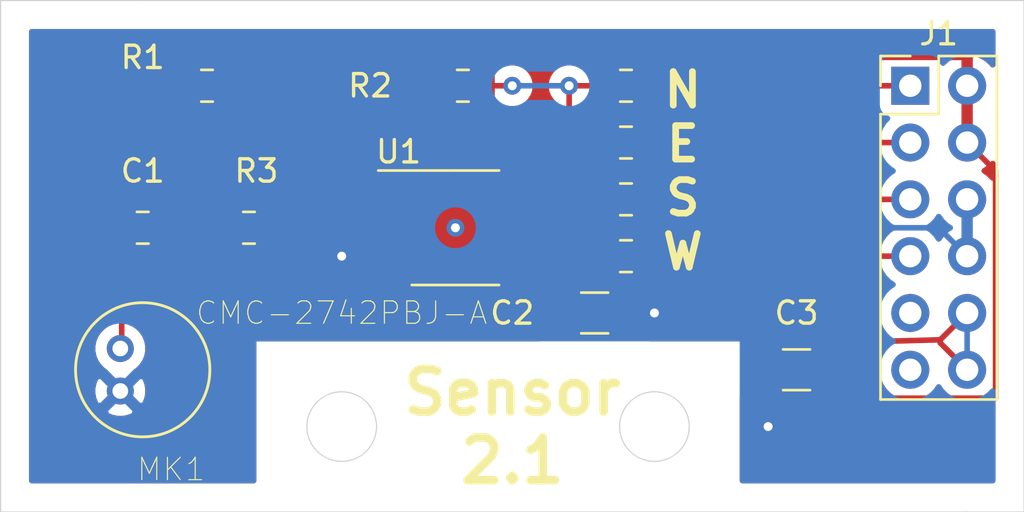
<source format=kicad_pcb>
(kicad_pcb (version 20171130) (host pcbnew "(5.1.5-0-10_14)")

  (general
    (thickness 1.6)
    (drawings 14)
    (tracks 101)
    (zones 0)
    (modules 13)
    (nets 17)
  )

  (page A4)
  (layers
    (0 F.Cu signal)
    (31 B.Cu signal)
    (32 B.Adhes user hide)
    (33 F.Adhes user hide)
    (34 B.Paste user hide)
    (35 F.Paste user hide)
    (36 B.SilkS user)
    (37 F.SilkS user)
    (38 B.Mask user hide)
    (39 F.Mask user hide)
    (40 Dwgs.User user hide)
    (41 Cmts.User user hide)
    (42 Eco1.User user hide)
    (43 Eco2.User user hide)
    (44 Edge.Cuts user)
    (45 Margin user hide)
    (46 B.CrtYd user hide)
    (47 F.CrtYd user hide)
    (48 B.Fab user hide)
    (49 F.Fab user hide)
  )

  (setup
    (last_trace_width 0.25)
    (trace_clearance 0.2)
    (zone_clearance 0.508)
    (zone_45_only no)
    (trace_min 0.2)
    (via_size 0.8)
    (via_drill 0.4)
    (via_min_size 0.4)
    (via_min_drill 0.3)
    (uvia_size 0.3)
    (uvia_drill 0.1)
    (uvias_allowed no)
    (uvia_min_size 0.2)
    (uvia_min_drill 0.1)
    (edge_width 0.05)
    (segment_width 0.2)
    (pcb_text_width 0.3)
    (pcb_text_size 1.5 1.5)
    (mod_edge_width 0.12)
    (mod_text_size 1 1)
    (mod_text_width 0.15)
    (pad_size 0.975 1.4)
    (pad_drill 0)
    (pad_to_mask_clearance 0.051)
    (solder_mask_min_width 0.25)
    (aux_axis_origin 0 0)
    (visible_elements FFFFFF7F)
    (pcbplotparams
      (layerselection 0x010f0_ffffffff)
      (usegerberextensions false)
      (usegerberattributes false)
      (usegerberadvancedattributes false)
      (creategerberjobfile false)
      (excludeedgelayer true)
      (linewidth 0.100000)
      (plotframeref false)
      (viasonmask false)
      (mode 1)
      (useauxorigin false)
      (hpglpennumber 1)
      (hpglpenspeed 20)
      (hpglpendiameter 15.000000)
      (psnegative false)
      (psa4output false)
      (plotreference true)
      (plotvalue true)
      (plotinvisibletext false)
      (padsonsilk false)
      (subtractmaskfromsilk false)
      (outputformat 3)
      (mirror false)
      (drillshape 0)
      (scaleselection 1)
      (outputdirectory ""))
  )

  (net 0 "")
  (net 1 "Net-(C2-Pad2)")
  (net 2 "Net-(C2-Pad1)")
  (net 3 "Net-(R2-Pad1)")
  (net 4 "Net-(U1-Pad8)")
  (net 5 "Net-(U1-Pad5)")
  (net 6 "Net-(U1-Pad1)")
  (net 7 VCC)
  (net 8 GND)
  (net 9 "Net-(J1-Pad11)")
  (net 10 "Net-(J1-Pad1)")
  (net 11 "Net-(C1-Pad2)")
  (net 12 "Net-(J1-Pad9)")
  (net 13 "Net-(J1-Pad7)")
  (net 14 "Net-(J1-Pad5)")
  (net 15 "Net-(J1-Pad3)")
  (net 16 "Net-(R2-Pad2)")

  (net_class Default "This is the default net class."
    (clearance 0.2)
    (trace_width 0.25)
    (via_dia 0.8)
    (via_drill 0.4)
    (uvia_dia 0.3)
    (uvia_drill 0.1)
    (add_net GND)
    (add_net "Net-(C1-Pad2)")
    (add_net "Net-(C2-Pad1)")
    (add_net "Net-(C2-Pad2)")
    (add_net "Net-(J1-Pad1)")
    (add_net "Net-(J1-Pad11)")
    (add_net "Net-(J1-Pad3)")
    (add_net "Net-(J1-Pad5)")
    (add_net "Net-(J1-Pad7)")
    (add_net "Net-(J1-Pad9)")
    (add_net "Net-(R2-Pad1)")
    (add_net "Net-(R2-Pad2)")
    (add_net "Net-(U1-Pad1)")
    (add_net "Net-(U1-Pad5)")
    (add_net "Net-(U1-Pad8)")
    (add_net VCC)
  )

  (module CMC-2742PBJ-A:CUI_CMC-2742PBJ-A (layer F.Cu) (tedit 0) (tstamp 5E7AC702)
    (at 125.73 93.98 180)
    (path /5E7C8206)
    (fp_text reference MK1 (at -1.27223 -4.45278) (layer F.SilkS)
      (effects (font (size 1.00175 1.00175) (thickness 0.05)))
    )
    (fp_text value CMC-2742PBJ-A (at -8.89 2.54) (layer F.SilkS)
      (effects (font (size 1.00139 1.00139) (thickness 0.05)))
    )
    (fp_circle (center 0 0) (end 3.25 0) (layer Eco1.User) (width 0.05))
    (fp_circle (center 0 0) (end 3 0) (layer Eco2.User) (width 0.127))
    (fp_circle (center 0 0) (end 3 0) (layer F.SilkS) (width 0.127))
    (pad OUT thru_hole circle (at 1 0.95 180) (size 1.208 1.208) (drill 0.7) (layers *.Cu *.Mask)
      (net 1 "Net-(C2-Pad2)"))
    (pad GND thru_hole circle (at 1 -0.95 180) (size 1.208 1.208) (drill 0.7) (layers *.Cu *.Mask)
      (net 8 GND))
  )

  (module Resistor_SMD:R_0805_2012Metric (layer F.Cu) (tedit 5B36C52B) (tstamp 5EE6AFFD)
    (at 147.32 88.9 180)
    (descr "Resistor SMD 0805 (2012 Metric), square (rectangular) end terminal, IPC_7351 nominal, (Body size source: https://docs.google.com/spreadsheets/d/1BsfQQcO9C6DZCsRaXUlFlo91Tg2WpOkGARC1WS5S8t0/edit?usp=sharing), generated with kicad-footprint-generator")
    (tags resistor)
    (path /5EE71278)
    (attr smd)
    (fp_text reference R7 (at 0 -1.65) (layer F.SilkS) hide
      (effects (font (size 1 1) (thickness 0.15)))
    )
    (fp_text value 0r (at 0 1.65) (layer F.Fab)
      (effects (font (size 1 1) (thickness 0.15)))
    )
    (fp_text user %R (at 0 0) (layer F.Fab)
      (effects (font (size 0.5 0.5) (thickness 0.08)))
    )
    (fp_line (start 1.68 0.95) (end -1.68 0.95) (layer F.CrtYd) (width 0.05))
    (fp_line (start 1.68 -0.95) (end 1.68 0.95) (layer F.CrtYd) (width 0.05))
    (fp_line (start -1.68 -0.95) (end 1.68 -0.95) (layer F.CrtYd) (width 0.05))
    (fp_line (start -1.68 0.95) (end -1.68 -0.95) (layer F.CrtYd) (width 0.05))
    (fp_line (start -0.258578 0.71) (end 0.258578 0.71) (layer F.SilkS) (width 0.12))
    (fp_line (start -0.258578 -0.71) (end 0.258578 -0.71) (layer F.SilkS) (width 0.12))
    (fp_line (start 1 0.6) (end -1 0.6) (layer F.Fab) (width 0.1))
    (fp_line (start 1 -0.6) (end 1 0.6) (layer F.Fab) (width 0.1))
    (fp_line (start -1 -0.6) (end 1 -0.6) (layer F.Fab) (width 0.1))
    (fp_line (start -1 0.6) (end -1 -0.6) (layer F.Fab) (width 0.1))
    (pad 2 smd roundrect (at 0.9375 0 180) (size 0.975 1.4) (layers F.Cu F.Paste F.Mask) (roundrect_rratio 0.25)
      (net 3 "Net-(R2-Pad1)"))
    (pad 1 smd roundrect (at -0.9375 0 180) (size 0.975 1.4) (layers F.Cu F.Paste F.Mask) (roundrect_rratio 0.25)
      (net 13 "Net-(J1-Pad7)"))
    (model ${KISYS3DMOD}/Resistor_SMD.3dshapes/R_0805_2012Metric.wrl
      (at (xyz 0 0 0))
      (scale (xyz 1 1 1))
      (rotate (xyz 0 0 0))
    )
  )

  (module Resistor_SMD:R_0805_2012Metric (layer F.Cu) (tedit 5B36C52B) (tstamp 5EE6AFCC)
    (at 147.32 83.82 180)
    (descr "Resistor SMD 0805 (2012 Metric), square (rectangular) end terminal, IPC_7351 nominal, (Body size source: https://docs.google.com/spreadsheets/d/1BsfQQcO9C6DZCsRaXUlFlo91Tg2WpOkGARC1WS5S8t0/edit?usp=sharing), generated with kicad-footprint-generator")
    (tags resistor)
    (path /5EE6B868)
    (attr smd)
    (fp_text reference R5 (at 0 -1.65) (layer F.SilkS) hide
      (effects (font (size 1 1) (thickness 0.15)))
    )
    (fp_text value 0r (at 0 1.65) (layer F.Fab)
      (effects (font (size 1 1) (thickness 0.15)))
    )
    (fp_text user %R (at 0 0) (layer F.Fab)
      (effects (font (size 0.5 0.5) (thickness 0.08)))
    )
    (fp_line (start 1.68 0.95) (end -1.68 0.95) (layer F.CrtYd) (width 0.05))
    (fp_line (start 1.68 -0.95) (end 1.68 0.95) (layer F.CrtYd) (width 0.05))
    (fp_line (start -1.68 -0.95) (end 1.68 -0.95) (layer F.CrtYd) (width 0.05))
    (fp_line (start -1.68 0.95) (end -1.68 -0.95) (layer F.CrtYd) (width 0.05))
    (fp_line (start -0.258578 0.71) (end 0.258578 0.71) (layer F.SilkS) (width 0.12))
    (fp_line (start -0.258578 -0.71) (end 0.258578 -0.71) (layer F.SilkS) (width 0.12))
    (fp_line (start 1 0.6) (end -1 0.6) (layer F.Fab) (width 0.1))
    (fp_line (start 1 -0.6) (end 1 0.6) (layer F.Fab) (width 0.1))
    (fp_line (start -1 -0.6) (end 1 -0.6) (layer F.Fab) (width 0.1))
    (fp_line (start -1 0.6) (end -1 -0.6) (layer F.Fab) (width 0.1))
    (pad 2 smd roundrect (at 0.9375 0 180) (size 0.975 1.4) (layers F.Cu F.Paste F.Mask) (roundrect_rratio 0.25)
      (net 3 "Net-(R2-Pad1)"))
    (pad 1 smd roundrect (at -0.9375 0 180) (size 0.975 1.4) (layers F.Cu F.Paste F.Mask) (roundrect_rratio 0.25)
      (net 15 "Net-(J1-Pad3)"))
    (model ${KISYS3DMOD}/Resistor_SMD.3dshapes/R_0805_2012Metric.wrl
      (at (xyz 0 0 0))
      (scale (xyz 1 1 1))
      (rotate (xyz 0 0 0))
    )
  )

  (module Resistor_SMD:R_0805_2012Metric (layer F.Cu) (tedit 5B36C52B) (tstamp 5EE6AFBB)
    (at 147.32 86.36 180)
    (descr "Resistor SMD 0805 (2012 Metric), square (rectangular) end terminal, IPC_7351 nominal, (Body size source: https://docs.google.com/spreadsheets/d/1BsfQQcO9C6DZCsRaXUlFlo91Tg2WpOkGARC1WS5S8t0/edit?usp=sharing), generated with kicad-footprint-generator")
    (tags resistor)
    (path /5EE6BFE5)
    (attr smd)
    (fp_text reference R6 (at 0 -1.65) (layer F.SilkS) hide
      (effects (font (size 1 1) (thickness 0.15)))
    )
    (fp_text value 0r (at 0 1.65) (layer F.Fab)
      (effects (font (size 1 1) (thickness 0.15)))
    )
    (fp_text user %R (at 0 0) (layer F.Fab)
      (effects (font (size 0.5 0.5) (thickness 0.08)))
    )
    (fp_line (start 1.68 0.95) (end -1.68 0.95) (layer F.CrtYd) (width 0.05))
    (fp_line (start 1.68 -0.95) (end 1.68 0.95) (layer F.CrtYd) (width 0.05))
    (fp_line (start -1.68 -0.95) (end 1.68 -0.95) (layer F.CrtYd) (width 0.05))
    (fp_line (start -1.68 0.95) (end -1.68 -0.95) (layer F.CrtYd) (width 0.05))
    (fp_line (start -0.258578 0.71) (end 0.258578 0.71) (layer F.SilkS) (width 0.12))
    (fp_line (start -0.258578 -0.71) (end 0.258578 -0.71) (layer F.SilkS) (width 0.12))
    (fp_line (start 1 0.6) (end -1 0.6) (layer F.Fab) (width 0.1))
    (fp_line (start 1 -0.6) (end 1 0.6) (layer F.Fab) (width 0.1))
    (fp_line (start -1 -0.6) (end 1 -0.6) (layer F.Fab) (width 0.1))
    (fp_line (start -1 0.6) (end -1 -0.6) (layer F.Fab) (width 0.1))
    (pad 2 smd roundrect (at 0.9375 0 180) (size 0.975 1.4) (layers F.Cu F.Paste F.Mask) (roundrect_rratio 0.25)
      (net 3 "Net-(R2-Pad1)"))
    (pad 1 smd roundrect (at -0.9375 0 180) (size 0.975 1.4) (layers F.Cu F.Paste F.Mask) (roundrect_rratio 0.25)
      (net 14 "Net-(J1-Pad5)"))
    (model ${KISYS3DMOD}/Resistor_SMD.3dshapes/R_0805_2012Metric.wrl
      (at (xyz 0 0 0))
      (scale (xyz 1 1 1))
      (rotate (xyz 0 0 0))
    )
  )

  (module Resistor_SMD:R_0805_2012Metric (layer F.Cu) (tedit 5B36C52B) (tstamp 5EE6AFAA)
    (at 147.32 81.28 180)
    (descr "Resistor SMD 0805 (2012 Metric), square (rectangular) end terminal, IPC_7351 nominal, (Body size source: https://docs.google.com/spreadsheets/d/1BsfQQcO9C6DZCsRaXUlFlo91Tg2WpOkGARC1WS5S8t0/edit?usp=sharing), generated with kicad-footprint-generator")
    (tags resistor)
    (path /5EE6ADA6)
    (attr smd)
    (fp_text reference R4 (at 0 -1.65) (layer F.SilkS) hide
      (effects (font (size 1 1) (thickness 0.15)))
    )
    (fp_text value 0r (at 0 1.65) (layer F.Fab)
      (effects (font (size 1 1) (thickness 0.15)))
    )
    (fp_text user %R (at 0 0) (layer F.Fab)
      (effects (font (size 0.5 0.5) (thickness 0.08)))
    )
    (fp_line (start 1.68 0.95) (end -1.68 0.95) (layer F.CrtYd) (width 0.05))
    (fp_line (start 1.68 -0.95) (end 1.68 0.95) (layer F.CrtYd) (width 0.05))
    (fp_line (start -1.68 -0.95) (end 1.68 -0.95) (layer F.CrtYd) (width 0.05))
    (fp_line (start -1.68 0.95) (end -1.68 -0.95) (layer F.CrtYd) (width 0.05))
    (fp_line (start -0.258578 0.71) (end 0.258578 0.71) (layer F.SilkS) (width 0.12))
    (fp_line (start -0.258578 -0.71) (end 0.258578 -0.71) (layer F.SilkS) (width 0.12))
    (fp_line (start 1 0.6) (end -1 0.6) (layer F.Fab) (width 0.1))
    (fp_line (start 1 -0.6) (end 1 0.6) (layer F.Fab) (width 0.1))
    (fp_line (start -1 -0.6) (end 1 -0.6) (layer F.Fab) (width 0.1))
    (fp_line (start -1 0.6) (end -1 -0.6) (layer F.Fab) (width 0.1))
    (pad 2 smd roundrect (at 0.9375 0 180) (size 0.975 1.4) (layers F.Cu F.Paste F.Mask) (roundrect_rratio 0.25)
      (net 3 "Net-(R2-Pad1)"))
    (pad 1 smd roundrect (at -0.9375 0 180) (size 0.975 1.4) (layers F.Cu F.Paste F.Mask) (roundrect_rratio 0.25)
      (net 10 "Net-(J1-Pad1)"))
    (model ${KISYS3DMOD}/Resistor_SMD.3dshapes/R_0805_2012Metric.wrl
      (at (xyz 0 0 0))
      (scale (xyz 1 1 1))
      (rotate (xyz 0 0 0))
    )
  )

  (module Resistor_SMD:R_1206_3216Metric (layer F.Cu) (tedit 5B301BBD) (tstamp 5E6840A7)
    (at 145.92 91.44 180)
    (descr "Resistor SMD 1206 (3216 Metric), square (rectangular) end terminal, IPC_7351 nominal, (Body size source: http://www.tortai-tech.com/upload/download/2011102023233369053.pdf), generated with kicad-footprint-generator")
    (tags resistor)
    (path /5E70F268)
    (attr smd)
    (fp_text reference C2 (at 3.68 0) (layer F.SilkS)
      (effects (font (size 1 1) (thickness 0.15)))
    )
    (fp_text value 10u0 (at 0 1.82) (layer F.Fab)
      (effects (font (size 1 1) (thickness 0.15)))
    )
    (fp_text user %R (at 0 0) (layer F.Fab)
      (effects (font (size 0.8 0.8) (thickness 0.12)))
    )
    (fp_line (start 2.28 1.12) (end -2.28 1.12) (layer F.CrtYd) (width 0.05))
    (fp_line (start 2.28 -1.12) (end 2.28 1.12) (layer F.CrtYd) (width 0.05))
    (fp_line (start -2.28 -1.12) (end 2.28 -1.12) (layer F.CrtYd) (width 0.05))
    (fp_line (start -2.28 1.12) (end -2.28 -1.12) (layer F.CrtYd) (width 0.05))
    (fp_line (start -0.602064 0.91) (end 0.602064 0.91) (layer F.SilkS) (width 0.12))
    (fp_line (start -0.602064 -0.91) (end 0.602064 -0.91) (layer F.SilkS) (width 0.12))
    (fp_line (start 1.6 0.8) (end -1.6 0.8) (layer F.Fab) (width 0.1))
    (fp_line (start 1.6 -0.8) (end 1.6 0.8) (layer F.Fab) (width 0.1))
    (fp_line (start -1.6 -0.8) (end 1.6 -0.8) (layer F.Fab) (width 0.1))
    (fp_line (start -1.6 0.8) (end -1.6 -0.8) (layer F.Fab) (width 0.1))
    (pad 2 smd roundrect (at 1.4 0 180) (size 1.25 1.75) (layers F.Cu F.Paste F.Mask) (roundrect_rratio 0.2)
      (net 11 "Net-(C1-Pad2)"))
    (pad 1 smd roundrect (at -1.4 0 180) (size 1.25 1.75) (layers F.Cu F.Paste F.Mask) (roundrect_rratio 0.2)
      (net 8 GND))
    (model ${KISYS3DMOD}/Resistor_SMD.3dshapes/R_1206_3216Metric.wrl
      (at (xyz 0 0 0))
      (scale (xyz 1 1 1))
      (rotate (xyz 0 0 0))
    )
  )

  (module Connector_PinHeader_2.54mm:PinHeader_2x06_P2.54mm_Vertical (layer F.Cu) (tedit 59FED5CC) (tstamp 5EBAFFE4)
    (at 160.02 81.28)
    (descr "Through hole straight pin header, 2x06, 2.54mm pitch, double rows")
    (tags "Through hole pin header THT 2x06 2.54mm double row")
    (path /5E7D89F5)
    (fp_text reference J1 (at 1.27 -2.33) (layer F.SilkS)
      (effects (font (size 1 1) (thickness 0.15)))
    )
    (fp_text value "BERG 2x6" (at 1.27 15.03) (layer F.Fab)
      (effects (font (size 1 1) (thickness 0.15)))
    )
    (fp_text user %R (at 1.27 6.35 90) (layer F.Fab)
      (effects (font (size 1 1) (thickness 0.15)))
    )
    (fp_line (start 4.35 -1.8) (end -1.8 -1.8) (layer F.CrtYd) (width 0.05))
    (fp_line (start 4.35 14.5) (end 4.35 -1.8) (layer F.CrtYd) (width 0.05))
    (fp_line (start -1.8 14.5) (end 4.35 14.5) (layer F.CrtYd) (width 0.05))
    (fp_line (start -1.8 -1.8) (end -1.8 14.5) (layer F.CrtYd) (width 0.05))
    (fp_line (start -1.33 -1.33) (end 0 -1.33) (layer F.SilkS) (width 0.12))
    (fp_line (start -1.33 0) (end -1.33 -1.33) (layer F.SilkS) (width 0.12))
    (fp_line (start 1.27 -1.33) (end 3.87 -1.33) (layer F.SilkS) (width 0.12))
    (fp_line (start 1.27 1.27) (end 1.27 -1.33) (layer F.SilkS) (width 0.12))
    (fp_line (start -1.33 1.27) (end 1.27 1.27) (layer F.SilkS) (width 0.12))
    (fp_line (start 3.87 -1.33) (end 3.87 14.03) (layer F.SilkS) (width 0.12))
    (fp_line (start -1.33 1.27) (end -1.33 14.03) (layer F.SilkS) (width 0.12))
    (fp_line (start -1.33 14.03) (end 3.87 14.03) (layer F.SilkS) (width 0.12))
    (fp_line (start -1.27 0) (end 0 -1.27) (layer F.Fab) (width 0.1))
    (fp_line (start -1.27 13.97) (end -1.27 0) (layer F.Fab) (width 0.1))
    (fp_line (start 3.81 13.97) (end -1.27 13.97) (layer F.Fab) (width 0.1))
    (fp_line (start 3.81 -1.27) (end 3.81 13.97) (layer F.Fab) (width 0.1))
    (fp_line (start 0 -1.27) (end 3.81 -1.27) (layer F.Fab) (width 0.1))
    (pad 12 thru_hole oval (at 2.54 12.7) (size 1.7 1.7) (drill 1) (layers *.Cu *.Mask)
      (net 11 "Net-(C1-Pad2)"))
    (pad 11 thru_hole oval (at 0 12.7) (size 1.7 1.7) (drill 1) (layers *.Cu *.Mask)
      (net 9 "Net-(J1-Pad11)"))
    (pad 10 thru_hole oval (at 2.54 10.16) (size 1.7 1.7) (drill 1) (layers *.Cu *.Mask)
      (net 11 "Net-(C1-Pad2)"))
    (pad 9 thru_hole oval (at 0 10.16) (size 1.7 1.7) (drill 1) (layers *.Cu *.Mask)
      (net 12 "Net-(J1-Pad9)"))
    (pad 8 thru_hole oval (at 2.54 7.62) (size 1.7 1.7) (drill 1) (layers *.Cu *.Mask)
      (net 8 GND))
    (pad 7 thru_hole oval (at 0 7.62) (size 1.7 1.7) (drill 1) (layers *.Cu *.Mask)
      (net 13 "Net-(J1-Pad7)"))
    (pad 6 thru_hole oval (at 2.54 5.08) (size 1.7 1.7) (drill 1) (layers *.Cu *.Mask)
      (net 8 GND))
    (pad 5 thru_hole oval (at 0 5.08) (size 1.7 1.7) (drill 1) (layers *.Cu *.Mask)
      (net 14 "Net-(J1-Pad5)"))
    (pad 4 thru_hole oval (at 2.54 2.54) (size 1.7 1.7) (drill 1) (layers *.Cu *.Mask)
      (net 7 VCC))
    (pad 3 thru_hole oval (at 0 2.54) (size 1.7 1.7) (drill 1) (layers *.Cu *.Mask)
      (net 15 "Net-(J1-Pad3)"))
    (pad 2 thru_hole oval (at 2.54 0) (size 1.7 1.7) (drill 1) (layers *.Cu *.Mask)
      (net 7 VCC))
    (pad 1 thru_hole rect (at 0 0) (size 1.7 1.7) (drill 1) (layers *.Cu *.Mask)
      (net 10 "Net-(J1-Pad1)"))
    (model ${KISYS3DMOD}/Connector_PinHeader_2.54mm.3dshapes/PinHeader_2x06_P2.54mm_Vertical.wrl
      (at (xyz 0 0 0))
      (scale (xyz 1 1 1))
      (rotate (xyz 0 0 0))
    )
  )

  (module Resistor_SMD:R_0805_2012Metric (layer F.Cu) (tedit 5B36C52B) (tstamp 5E7A230D)
    (at 128.6025 81.28 180)
    (descr "Resistor SMD 0805 (2012 Metric), square (rectangular) end terminal, IPC_7351 nominal, (Body size source: https://docs.google.com/spreadsheets/d/1BsfQQcO9C6DZCsRaXUlFlo91Tg2WpOkGARC1WS5S8t0/edit?usp=sharing), generated with kicad-footprint-generator")
    (tags resistor)
    (path /5E7A9A5C)
    (attr smd)
    (fp_text reference R1 (at 2.8725 1.27) (layer F.SilkS)
      (effects (font (size 1 1) (thickness 0.15)))
    )
    (fp_text value 2k2 (at 0 1.65) (layer F.Fab)
      (effects (font (size 1 1) (thickness 0.15)))
    )
    (fp_text user %R (at 0 0) (layer F.Fab)
      (effects (font (size 0.5 0.5) (thickness 0.08)))
    )
    (fp_line (start 1.68 0.95) (end -1.68 0.95) (layer F.CrtYd) (width 0.05))
    (fp_line (start 1.68 -0.95) (end 1.68 0.95) (layer F.CrtYd) (width 0.05))
    (fp_line (start -1.68 -0.95) (end 1.68 -0.95) (layer F.CrtYd) (width 0.05))
    (fp_line (start -1.68 0.95) (end -1.68 -0.95) (layer F.CrtYd) (width 0.05))
    (fp_line (start -0.258578 0.71) (end 0.258578 0.71) (layer F.SilkS) (width 0.12))
    (fp_line (start -0.258578 -0.71) (end 0.258578 -0.71) (layer F.SilkS) (width 0.12))
    (fp_line (start 1 0.6) (end -1 0.6) (layer F.Fab) (width 0.1))
    (fp_line (start 1 -0.6) (end 1 0.6) (layer F.Fab) (width 0.1))
    (fp_line (start -1 -0.6) (end 1 -0.6) (layer F.Fab) (width 0.1))
    (fp_line (start -1 0.6) (end -1 -0.6) (layer F.Fab) (width 0.1))
    (pad 2 smd roundrect (at 0.9375 0 180) (size 0.975 1.4) (layers F.Cu F.Paste F.Mask) (roundrect_rratio 0.25)
      (net 1 "Net-(C2-Pad2)"))
    (pad 1 smd roundrect (at -0.9375 0 180) (size 0.975 1.4) (layers F.Cu F.Paste F.Mask) (roundrect_rratio 0.25)
      (net 7 VCC))
    (model ${KISYS3DMOD}/Resistor_SMD.3dshapes/R_0805_2012Metric.wrl
      (at (xyz 0 0 0))
      (scale (xyz 1 1 1))
      (rotate (xyz 0 0 0))
    )
  )

  (module Package_SO:SOIC-8-1EP_3.9x4.9mm_P1.27mm_EP2.29x3mm (layer F.Cu) (tedit 5DC5FE76) (tstamp 5E68417C)
    (at 139.7 87.63)
    (descr "SOIC, 8 Pin (https://www.analog.com/media/en/technical-documentation/data-sheets/ada4898-1_4898-2.pdf#page=29), generated with kicad-footprint-generator ipc_gullwing_generator.py")
    (tags "SOIC SO")
    (path /5E698E2D)
    (attr smd)
    (fp_text reference U1 (at -2.54 -3.4) (layer F.SilkS)
      (effects (font (size 1 1) (thickness 0.15)))
    )
    (fp_text value OPA1641 (at 0 3.4) (layer F.Fab)
      (effects (font (size 1 1) (thickness 0.15)))
    )
    (fp_text user %R (at 0 0) (layer F.Fab)
      (effects (font (size 0.98 0.98) (thickness 0.15)))
    )
    (fp_line (start 3.7 -2.7) (end -3.7 -2.7) (layer F.CrtYd) (width 0.05))
    (fp_line (start 3.7 2.7) (end 3.7 -2.7) (layer F.CrtYd) (width 0.05))
    (fp_line (start -3.7 2.7) (end 3.7 2.7) (layer F.CrtYd) (width 0.05))
    (fp_line (start -3.7 -2.7) (end -3.7 2.7) (layer F.CrtYd) (width 0.05))
    (fp_line (start -1.95 -1.475) (end -0.975 -2.45) (layer F.Fab) (width 0.1))
    (fp_line (start -1.95 2.45) (end -1.95 -1.475) (layer F.Fab) (width 0.1))
    (fp_line (start 1.95 2.45) (end -1.95 2.45) (layer F.Fab) (width 0.1))
    (fp_line (start 1.95 -2.45) (end 1.95 2.45) (layer F.Fab) (width 0.1))
    (fp_line (start -0.975 -2.45) (end 1.95 -2.45) (layer F.Fab) (width 0.1))
    (fp_line (start 0 -2.56) (end -3.45 -2.56) (layer F.SilkS) (width 0.12))
    (fp_line (start 0 -2.56) (end 1.95 -2.56) (layer F.SilkS) (width 0.12))
    (fp_line (start 0 2.56) (end -1.95 2.56) (layer F.SilkS) (width 0.12))
    (fp_line (start 0 2.56) (end 1.95 2.56) (layer F.SilkS) (width 0.12))
    (pad "" smd roundrect (at 0.57 0.75) (size 0.92 1.21) (layers F.Paste) (roundrect_rratio 0.25))
    (pad "" smd roundrect (at 0.57 -0.75) (size 0.92 1.21) (layers F.Paste) (roundrect_rratio 0.25))
    (pad "" smd roundrect (at -0.57 0.75) (size 0.92 1.21) (layers F.Paste) (roundrect_rratio 0.25))
    (pad "" smd roundrect (at -0.57 -0.75) (size 0.92 1.21) (layers F.Paste) (roundrect_rratio 0.25))
    (pad 9 smd rect (at 0 0) (size 2.29 3) (layers F.Cu F.Mask))
    (pad 8 smd roundrect (at 2.475 -1.905) (size 1.95 0.6) (layers F.Cu F.Paste F.Mask) (roundrect_rratio 0.25)
      (net 4 "Net-(U1-Pad8)"))
    (pad 7 smd roundrect (at 2.475 -0.635) (size 1.95 0.6) (layers F.Cu F.Paste F.Mask) (roundrect_rratio 0.25)
      (net 7 VCC))
    (pad 6 smd roundrect (at 2.475 0.635) (size 1.95 0.6) (layers F.Cu F.Paste F.Mask) (roundrect_rratio 0.25)
      (net 3 "Net-(R2-Pad1)"))
    (pad 5 smd roundrect (at 2.475 1.905) (size 1.95 0.6) (layers F.Cu F.Paste F.Mask) (roundrect_rratio 0.25)
      (net 5 "Net-(U1-Pad5)"))
    (pad 4 smd roundrect (at -2.475 1.905) (size 1.95 0.6) (layers F.Cu F.Paste F.Mask) (roundrect_rratio 0.25)
      (net 11 "Net-(C1-Pad2)"))
    (pad 3 smd roundrect (at -2.475 0.635) (size 1.95 0.6) (layers F.Cu F.Paste F.Mask) (roundrect_rratio 0.25)
      (net 8 GND))
    (pad 2 smd roundrect (at -2.475 -0.635) (size 1.95 0.6) (layers F.Cu F.Paste F.Mask) (roundrect_rratio 0.25)
      (net 16 "Net-(R2-Pad2)"))
    (pad 1 smd roundrect (at -2.475 -1.905) (size 1.95 0.6) (layers F.Cu F.Paste F.Mask) (roundrect_rratio 0.25)
      (net 6 "Net-(U1-Pad1)"))
    (model ${KISYS3DMOD}/Package_SO.3dshapes/SOIC-8-1EP_3.9x4.9mm_P1.27mm_EP2.29x3mm.wrl
      (at (xyz 0 0 0))
      (scale (xyz 1 1 1))
      (rotate (xyz 0 0 0))
    )
  )

  (module Resistor_SMD:R_0805_2012Metric (layer F.Cu) (tedit 5B36C52B) (tstamp 5E68414C)
    (at 140.0325 81.28 180)
    (descr "Resistor SMD 0805 (2012 Metric), square (rectangular) end terminal, IPC_7351 nominal, (Body size source: https://docs.google.com/spreadsheets/d/1BsfQQcO9C6DZCsRaXUlFlo91Tg2WpOkGARC1WS5S8t0/edit?usp=sharing), generated with kicad-footprint-generator")
    (tags resistor)
    (path /5E6A29B1)
    (attr smd)
    (fp_text reference R2 (at 4.1425 0) (layer F.SilkS)
      (effects (font (size 1 1) (thickness 0.15)))
    )
    (fp_text value 10K0 (at 0 1.65) (layer F.Fab)
      (effects (font (size 1 1) (thickness 0.15)))
    )
    (fp_text user %R (at -0.3325 0) (layer F.Fab)
      (effects (font (size 0.5 0.5) (thickness 0.08)))
    )
    (fp_line (start 1.68 0.95) (end -1.68 0.95) (layer F.CrtYd) (width 0.05))
    (fp_line (start 1.68 -0.95) (end 1.68 0.95) (layer F.CrtYd) (width 0.05))
    (fp_line (start -1.68 -0.95) (end 1.68 -0.95) (layer F.CrtYd) (width 0.05))
    (fp_line (start -1.68 0.95) (end -1.68 -0.95) (layer F.CrtYd) (width 0.05))
    (fp_line (start -0.258578 0.71) (end 0.258578 0.71) (layer F.SilkS) (width 0.12))
    (fp_line (start -0.258578 -0.71) (end 0.258578 -0.71) (layer F.SilkS) (width 0.12))
    (fp_line (start 1 0.6) (end -1 0.6) (layer F.Fab) (width 0.1))
    (fp_line (start 1 -0.6) (end 1 0.6) (layer F.Fab) (width 0.1))
    (fp_line (start -1 -0.6) (end 1 -0.6) (layer F.Fab) (width 0.1))
    (fp_line (start -1 0.6) (end -1 -0.6) (layer F.Fab) (width 0.1))
    (pad 2 smd roundrect (at 0.9375 0 180) (size 0.975 1.4) (layers F.Cu F.Paste F.Mask) (roundrect_rratio 0.25)
      (net 16 "Net-(R2-Pad2)"))
    (pad 1 smd roundrect (at -0.9375 0 180) (size 0.975 1.4) (layers F.Cu F.Paste F.Mask) (roundrect_rratio 0.25)
      (net 3 "Net-(R2-Pad1)"))
    (model ${KISYS3DMOD}/Resistor_SMD.3dshapes/R_0805_2012Metric.wrl
      (at (xyz 0 0 0))
      (scale (xyz 1 1 1))
      (rotate (xyz 0 0 0))
    )
  )

  (module Resistor_SMD:R_0805_2012Metric (layer F.Cu) (tedit 5B36C52B) (tstamp 5E684108)
    (at 130.4775 87.63 180)
    (descr "Resistor SMD 0805 (2012 Metric), square (rectangular) end terminal, IPC_7351 nominal, (Body size source: https://docs.google.com/spreadsheets/d/1BsfQQcO9C6DZCsRaXUlFlo91Tg2WpOkGARC1WS5S8t0/edit?usp=sharing), generated with kicad-footprint-generator")
    (tags resistor)
    (path /5E6A320A)
    (attr smd)
    (fp_text reference R3 (at -0.3325 2.54) (layer F.SilkS)
      (effects (font (size 1 1) (thickness 0.15)))
    )
    (fp_text value 0r (at 0 1.65) (layer F.Fab)
      (effects (font (size 1 1) (thickness 0.15)))
    )
    (fp_text user %R (at 0 0) (layer F.Fab)
      (effects (font (size 0.5 0.5) (thickness 0.08)))
    )
    (fp_line (start 1.68 0.95) (end -1.68 0.95) (layer F.CrtYd) (width 0.05))
    (fp_line (start 1.68 -0.95) (end 1.68 0.95) (layer F.CrtYd) (width 0.05))
    (fp_line (start -1.68 -0.95) (end 1.68 -0.95) (layer F.CrtYd) (width 0.05))
    (fp_line (start -1.68 0.95) (end -1.68 -0.95) (layer F.CrtYd) (width 0.05))
    (fp_line (start -0.258578 0.71) (end 0.258578 0.71) (layer F.SilkS) (width 0.12))
    (fp_line (start -0.258578 -0.71) (end 0.258578 -0.71) (layer F.SilkS) (width 0.12))
    (fp_line (start 1 0.6) (end -1 0.6) (layer F.Fab) (width 0.1))
    (fp_line (start 1 -0.6) (end 1 0.6) (layer F.Fab) (width 0.1))
    (fp_line (start -1 -0.6) (end 1 -0.6) (layer F.Fab) (width 0.1))
    (fp_line (start -1 0.6) (end -1 -0.6) (layer F.Fab) (width 0.1))
    (pad 2 smd roundrect (at 0.9375 0 180) (size 0.975 1.4) (layers F.Cu F.Paste F.Mask) (roundrect_rratio 0.25)
      (net 2 "Net-(C2-Pad1)"))
    (pad 1 smd roundrect (at -0.9375 0 180) (size 0.975 1.4) (layers F.Cu F.Paste F.Mask) (roundrect_rratio 0.25)
      (net 16 "Net-(R2-Pad2)"))
    (model ${KISYS3DMOD}/Resistor_SMD.3dshapes/R_0805_2012Metric.wrl
      (at (xyz 0 0 0))
      (scale (xyz 1 1 1))
      (rotate (xyz 0 0 0))
    )
  )

  (module Resistor_SMD:R_1206_3216Metric (layer F.Cu) (tedit 5B301BBD) (tstamp 5E6840B8)
    (at 154.94 93.98 180)
    (descr "Resistor SMD 1206 (3216 Metric), square (rectangular) end terminal, IPC_7351 nominal, (Body size source: http://www.tortai-tech.com/upload/download/2011102023233369053.pdf), generated with kicad-footprint-generator")
    (tags resistor)
    (path /5E70DCBF)
    (attr smd)
    (fp_text reference C3 (at 0 2.54 180) (layer F.SilkS)
      (effects (font (size 1 1) (thickness 0.15)))
    )
    (fp_text value 10u0 (at 0 1.82) (layer F.Fab)
      (effects (font (size 1 1) (thickness 0.15)))
    )
    (fp_text user %R (at 3.81 0) (layer F.Fab)
      (effects (font (size 0.8 0.8) (thickness 0.12)))
    )
    (fp_line (start 2.28 1.12) (end -2.28 1.12) (layer F.CrtYd) (width 0.05))
    (fp_line (start 2.28 -1.12) (end 2.28 1.12) (layer F.CrtYd) (width 0.05))
    (fp_line (start -2.28 -1.12) (end 2.28 -1.12) (layer F.CrtYd) (width 0.05))
    (fp_line (start -2.28 1.12) (end -2.28 -1.12) (layer F.CrtYd) (width 0.05))
    (fp_line (start -0.602064 0.91) (end 0.602064 0.91) (layer F.SilkS) (width 0.12))
    (fp_line (start -0.602064 -0.91) (end 0.602064 -0.91) (layer F.SilkS) (width 0.12))
    (fp_line (start 1.6 0.8) (end -1.6 0.8) (layer F.Fab) (width 0.1))
    (fp_line (start 1.6 -0.8) (end 1.6 0.8) (layer F.Fab) (width 0.1))
    (fp_line (start -1.6 -0.8) (end 1.6 -0.8) (layer F.Fab) (width 0.1))
    (fp_line (start -1.6 0.8) (end -1.6 -0.8) (layer F.Fab) (width 0.1))
    (pad 2 smd roundrect (at 1.4 0 180) (size 1.25 1.75) (layers F.Cu F.Paste F.Mask) (roundrect_rratio 0.2)
      (net 8 GND))
    (pad 1 smd roundrect (at -1.4 0 180) (size 1.25 1.75) (layers F.Cu F.Paste F.Mask) (roundrect_rratio 0.2)
      (net 7 VCC))
    (model ${KISYS3DMOD}/Resistor_SMD.3dshapes/R_1206_3216Metric.wrl
      (at (xyz 0 0 0))
      (scale (xyz 1 1 1))
      (rotate (xyz 0 0 0))
    )
  )

  (module Resistor_SMD:R_0805_2012Metric (layer F.Cu) (tedit 5B36C52B) (tstamp 5E684096)
    (at 125.73 87.63 180)
    (descr "Resistor SMD 0805 (2012 Metric), square (rectangular) end terminal, IPC_7351 nominal, (Body size source: https://docs.google.com/spreadsheets/d/1BsfQQcO9C6DZCsRaXUlFlo91Tg2WpOkGARC1WS5S8t0/edit?usp=sharing), generated with kicad-footprint-generator")
    (tags resistor)
    (path /5E6A1DD7)
    (attr smd)
    (fp_text reference C1 (at 0 2.54) (layer F.SilkS)
      (effects (font (size 1 1) (thickness 0.15)))
    )
    (fp_text value 22pf (at 0 1.65) (layer F.Fab)
      (effects (font (size 1 1) (thickness 0.15)))
    )
    (fp_text user %R (at 0 0) (layer F.Fab)
      (effects (font (size 0.5 0.5) (thickness 0.08)))
    )
    (fp_line (start 1.68 0.95) (end -1.68 0.95) (layer F.CrtYd) (width 0.05))
    (fp_line (start 1.68 -0.95) (end 1.68 0.95) (layer F.CrtYd) (width 0.05))
    (fp_line (start -1.68 -0.95) (end 1.68 -0.95) (layer F.CrtYd) (width 0.05))
    (fp_line (start -1.68 0.95) (end -1.68 -0.95) (layer F.CrtYd) (width 0.05))
    (fp_line (start -0.258578 0.71) (end 0.258578 0.71) (layer F.SilkS) (width 0.12))
    (fp_line (start -0.258578 -0.71) (end 0.258578 -0.71) (layer F.SilkS) (width 0.12))
    (fp_line (start 1 0.6) (end -1 0.6) (layer F.Fab) (width 0.1))
    (fp_line (start 1 -0.6) (end 1 0.6) (layer F.Fab) (width 0.1))
    (fp_line (start -1 -0.6) (end 1 -0.6) (layer F.Fab) (width 0.1))
    (fp_line (start -1 0.6) (end -1 -0.6) (layer F.Fab) (width 0.1))
    (pad 2 smd roundrect (at 0.9375 0 180) (size 0.975 1.4) (layers F.Cu F.Paste F.Mask) (roundrect_rratio 0.25)
      (net 1 "Net-(C2-Pad2)"))
    (pad 1 smd roundrect (at -0.9375 0 180) (size 0.975 1.4) (layers F.Cu F.Paste F.Mask) (roundrect_rratio 0.25)
      (net 2 "Net-(C2-Pad1)"))
    (model ${KISYS3DMOD}/Resistor_SMD.3dshapes/R_0805_2012Metric.wrl
      (at (xyz 0 0 0))
      (scale (xyz 1 1 1))
      (rotate (xyz 0 0 0))
    )
  )

  (gr_line (start 119.38 100.33) (end 162.56 100.33) (layer Edge.Cuts) (width 0.05) (tstamp 5EE6B46D))
  (gr_line (start 162.56 77.47) (end 165.1 77.47) (layer Edge.Cuts) (width 0.05) (tstamp 5EBB0713))
  (gr_line (start 162.56 100.33) (end 165.1 100.33) (layer Edge.Cuts) (width 0.05) (tstamp 5EBB0712))
  (gr_line (start 165.1 100.33) (end 165.1 96.52) (layer Edge.Cuts) (width 0.05) (tstamp 5EA0571D))
  (gr_line (start 119.38 96.52) (end 119.38 100.33) (layer Edge.Cuts) (width 0.05))
  (gr_line (start 165.1 77.47) (end 165.1 96.52) (layer Edge.Cuts) (width 0.05) (tstamp 5E7D6072))
  (gr_line (start 119.38 77.47) (end 123.19 77.47) (layer Edge.Cuts) (width 0.05) (tstamp 5E7ACA4F))
  (gr_line (start 119.38 96.52) (end 119.38 77.47) (layer Edge.Cuts) (width 0.05))
  (gr_text "N\nE\nS\nW" (at 149.86 85.09) (layer F.SilkS) (tstamp 5E7A295A)
    (effects (font (size 1.5 1.5) (thickness 0.3)))
  )
  (gr_line (start 123.19 77.47) (end 125.73 77.47) (layer Edge.Cuts) (width 0.05) (tstamp 5E7A292C))
  (gr_line (start 125.73 77.47) (end 162.56 77.47) (layer Edge.Cuts) (width 0.05) (tstamp 5E6C393D))
  (gr_text "Sensor\n2.1" (at 142.24 96.52) (layer F.SilkS)
    (effects (font (size 1.905 1.905) (thickness 0.381)))
  )
  (gr_circle (center 134.62 96.52) (end 136.17575 96.52) (layer Edge.Cuts) (width 0.05))
  (gr_circle (center 148.59 96.52) (end 150.14575 96.52) (layer Edge.Cuts) (width 0.05))

  (via (at 139.7 87.63) (size 0.8) (drill 0.4) (layers F.Cu B.Cu) (net 0))
  (segment (start 124.7925 92.6975) (end 124.46 93.03) (width 0.25) (layer F.Cu) (net 1))
  (segment (start 124.7925 87.63) (end 124.7925 92.6975) (width 0.25) (layer F.Cu) (net 1))
  (segment (start 127.665 81.28) (end 127.665 82.55) (width 0.25) (layer F.Cu) (net 1))
  (segment (start 124.7925 85.4225) (end 124.7925 87.63) (width 0.25) (layer F.Cu) (net 1))
  (segment (start 127.665 82.55) (end 124.7925 85.4225) (width 0.25) (layer F.Cu) (net 1))
  (segment (start 126.6675 87.63) (end 129.54 87.63) (width 0.25) (layer F.Cu) (net 2))
  (segment (start 140.97 81.28) (end 142.24 81.28) (width 0.25) (layer F.Cu) (net 3))
  (segment (start 144.78 81.28) (end 144.78 81.28) (width 0.25) (layer F.Cu) (net 3) (tstamp 5EBAFCC4))
  (via (at 144.78 81.28) (size 0.8) (drill 0.4) (layers F.Cu B.Cu) (net 3))
  (segment (start 142.24 81.28) (end 142.24 81.28) (width 0.25) (layer F.Cu) (net 3) (tstamp 5EBAFCC6))
  (via (at 142.24 81.28) (size 0.8) (drill 0.4) (layers F.Cu B.Cu) (net 3))
  (segment (start 142.24 81.28) (end 144.78 81.28) (width 0.25) (layer B.Cu) (net 3))
  (segment (start 144.78 84.425) (end 144.78 83.82) (width 0.25) (layer F.Cu) (net 3))
  (segment (start 144.78 81.28) (end 146.3825 81.28) (width 0.25) (layer F.Cu) (net 3))
  (segment (start 146.3825 83.82) (end 144.78 83.82) (width 0.25) (layer F.Cu) (net 3))
  (segment (start 144.78 86.36) (end 144.78 88.9) (width 0.25) (layer F.Cu) (net 3))
  (segment (start 146.3825 86.36) (end 144.78 86.36) (width 0.25) (layer F.Cu) (net 3))
  (segment (start 144.78 81.28) (end 144.78 86.36) (width 0.25) (layer F.Cu) (net 3))
  (segment (start 146.3825 88.9) (end 144.78 88.9) (width 0.25) (layer F.Cu) (net 3))
  (segment (start 142.81 88.9) (end 142.175 88.265) (width 0.25) (layer F.Cu) (net 3))
  (segment (start 144.78 88.9) (end 142.81 88.9) (width 0.25) (layer F.Cu) (net 3))
  (segment (start 152.4 80.01) (end 152.4 80.01) (width 0.25) (layer F.Cu) (net 7) (tstamp 5E79A8DE))
  (segment (start 143.51 80.01) (end 143.51 80.01) (width 0.25) (layer F.Cu) (net 7))
  (segment (start 143.51 80.01) (end 152.4 80.01) (width 0.25) (layer F.Cu) (net 7) (tstamp 5E7A291C))
  (segment (start 138.12609 80.01) (end 138.43 80.01) (width 0.25) (layer F.Cu) (net 7))
  (segment (start 138.43 80.01) (end 143.51 80.01) (width 0.25) (layer F.Cu) (net 7))
  (segment (start 143.15 86.995) (end 142.175 86.995) (width 0.25) (layer F.Cu) (net 7))
  (segment (start 143.51 86.635) (end 143.15 86.995) (width 0.25) (layer F.Cu) (net 7))
  (segment (start 143.51 80.01) (end 143.51 86.635) (width 0.25) (layer F.Cu) (net 7))
  (segment (start 162.56 80.01) (end 162.56 81.28) (width 0.25) (layer F.Cu) (net 7))
  (segment (start 152.4 80.01) (end 162.56 80.01) (width 0.25) (layer F.Cu) (net 7))
  (segment (start 162.56 81.28) (end 162.56 83.82) (width 0.25) (layer F.Cu) (net 7))
  (segment (start 162.56 83.82) (end 163.83 85.09) (width 0.25) (layer F.Cu) (net 7))
  (segment (start 163.83 85.09) (end 163.83 95.25) (width 0.25) (layer F.Cu) (net 7))
  (segment (start 163.83 95.25) (end 158.75 95.25) (width 0.25) (layer F.Cu) (net 7))
  (segment (start 157.48 93.98) (end 156.34 93.98) (width 0.25) (layer F.Cu) (net 7))
  (segment (start 158.75 95.25) (end 157.48 93.98) (width 0.25) (layer F.Cu) (net 7))
  (segment (start 130.81 81.28) (end 129.54 81.28) (width 0.25) (layer F.Cu) (net 7))
  (segment (start 132.08 80.01) (end 130.81 81.28) (width 0.25) (layer F.Cu) (net 7))
  (segment (start 138.43 80.01) (end 132.08 80.01) (width 0.25) (layer F.Cu) (net 7))
  (segment (start 137.225 88.265) (end 135.255 88.265) (width 0.25) (layer F.Cu) (net 8))
  (segment (start 135.255 88.265) (end 134.62 88.9) (width 0.25) (layer F.Cu) (net 8))
  (via (at 134.62 88.9) (size 0.8) (drill 0.4) (layers F.Cu B.Cu) (net 8))
  (segment (start 134.62 86.36) (end 137.16 86.36) (width 0.25) (layer B.Cu) (net 8))
  (segment (start 134.62 88.9) (end 134.62 86.36) (width 0.25) (layer B.Cu) (net 8))
  (segment (start 129.54 86.36) (end 134.62 86.36) (width 0.25) (layer B.Cu) (net 8))
  (segment (start 152.4 85.09) (end 152.4 86.36) (width 0.25) (layer B.Cu) (net 8))
  (segment (start 152.4 87.63) (end 152.4 91.44) (width 0.25) (layer B.Cu) (net 8))
  (segment (start 152.4 86.36) (end 152.4 87.63) (width 0.25) (layer B.Cu) (net 8))
  (segment (start 152.4 87.63) (end 161.29 87.63) (width 0.25) (layer B.Cu) (net 8))
  (segment (start 161.29 87.63) (end 162.56 88.9) (width 0.25) (layer B.Cu) (net 8))
  (segment (start 147.32 91.44) (end 148.59 91.44) (width 0.25) (layer F.Cu) (net 8))
  (segment (start 148.59 91.44) (end 148.59 91.44) (width 0.25) (layer F.Cu) (net 8) (tstamp 5EBB0DF0))
  (via (at 148.59 91.44) (size 0.8) (drill 0.4) (layers F.Cu B.Cu) (net 8))
  (segment (start 148.59 91.44) (end 152.4 91.44) (width 0.25) (layer B.Cu) (net 8))
  (segment (start 162.56 86.36) (end 162.56 88.9) (width 0.25) (layer B.Cu) (net 8))
  (segment (start 123.19 86.36) (end 129.54 86.36) (width 0.25) (layer B.Cu) (net 8))
  (segment (start 143.51 85.09) (end 142.24 86.36) (width 0.25) (layer B.Cu) (net 8))
  (segment (start 142.24 86.36) (end 134.62 86.36) (width 0.25) (layer B.Cu) (net 8))
  (segment (start 152.4 85.09) (end 143.51 85.09) (width 0.25) (layer B.Cu) (net 8))
  (segment (start 123.19 93.39) (end 123.19 86.36) (width 0.25) (layer B.Cu) (net 8))
  (segment (start 124.73 94.93) (end 123.19 93.39) (width 0.25) (layer B.Cu) (net 8))
  (segment (start 153.54 93.98) (end 153.54 96.39) (width 0.25) (layer F.Cu) (net 8))
  (segment (start 153.54 96.39) (end 153.67 96.52) (width 0.25) (layer F.Cu) (net 8))
  (segment (start 152.4 91.44) (end 153.67 91.44) (width 0.25) (layer B.Cu) (net 8))
  (segment (start 153.67 91.44) (end 154.94 92.71) (width 0.25) (layer B.Cu) (net 8))
  (segment (start 154.94 92.71) (end 154.94 96.52) (width 0.25) (layer B.Cu) (net 8))
  (segment (start 154.94 96.52) (end 153.67 96.52) (width 0.25) (layer B.Cu) (net 8))
  (segment (start 153.67 96.52) (end 153.67 96.52) (width 0.25) (layer B.Cu) (net 8) (tstamp 5F0FB3FD))
  (via (at 153.67 96.52) (size 0.8) (drill 0.4) (layers F.Cu B.Cu) (net 8))
  (segment (start 149.86 81.28) (end 149.86 81.28) (width 0.25) (layer F.Cu) (net 10))
  (segment (start 148.2575 81.28) (end 149.86 81.28) (width 0.25) (layer F.Cu) (net 10))
  (segment (start 149.86 81.28) (end 160.02 81.28) (width 0.25) (layer F.Cu) (net 10))
  (segment (start 161.35999 92.64001) (end 162.56 91.44) (width 0.25) (layer F.Cu) (net 11))
  (segment (start 161.35999 92.77999) (end 162.56 93.98) (width 0.25) (layer F.Cu) (net 11))
  (segment (start 161.35999 92.64001) (end 161.35999 92.77999) (width 0.25) (layer F.Cu) (net 11))
  (segment (start 162.56 91.44) (end 162.56 93.98) (width 0.25) (layer B.Cu) (net 11))
  (segment (start 144.52 91.44) (end 146.05 91.44) (width 0.25) (layer F.Cu) (net 11))
  (segment (start 137.225 89.535) (end 137.225 90.235) (width 0.25) (layer F.Cu) (net 11))
  (segment (start 156.275 90.235) (end 158.75 92.71) (width 0.25) (layer F.Cu) (net 11))
  (segment (start 158.75 92.71) (end 161.35999 92.64001) (width 0.25) (layer F.Cu) (net 11))
  (segment (start 158.55001 92.64001) (end 158.75 92.71) (width 0.25) (layer F.Cu) (net 11))
  (segment (start 145.985 90.235) (end 145.985 91.375) (width 0.25) (layer F.Cu) (net 11))
  (segment (start 145.985 91.375) (end 146.05 91.44) (width 0.25) (layer F.Cu) (net 11))
  (segment (start 137.225 90.235) (end 145.985 90.235) (width 0.25) (layer F.Cu) (net 11))
  (segment (start 145.985 90.235) (end 156.275 90.235) (width 0.25) (layer F.Cu) (net 11))
  (segment (start 156.21 88.9) (end 160.02 88.9) (width 0.25) (layer F.Cu) (net 13))
  (segment (start 148.2575 88.9) (end 156.21 88.9) (width 0.25) (layer F.Cu) (net 13))
  (segment (start 156.21 86.36) (end 160.02 86.36) (width 0.25) (layer F.Cu) (net 14))
  (segment (start 148.2575 86.36) (end 156.21 86.36) (width 0.25) (layer F.Cu) (net 14))
  (segment (start 148.2575 83.82) (end 149.86 83.82) (width 0.25) (layer F.Cu) (net 15))
  (segment (start 149.86 83.82) (end 160.02 83.82) (width 0.25) (layer F.Cu) (net 15))
  (segment (start 137.225 86.995) (end 135.255 86.995) (width 0.25) (layer F.Cu) (net 16))
  (segment (start 139.095 81.28) (end 137.4925 81.28) (width 0.25) (layer F.Cu) (net 16))
  (segment (start 135.255 86.995) (end 134.62 87.63) (width 0.25) (layer F.Cu) (net 16))
  (segment (start 137.4925 81.28) (end 135.255 83.5175) (width 0.25) (layer F.Cu) (net 16))
  (segment (start 135.255 83.5175) (end 135.255 84.455) (width 0.25) (layer F.Cu) (net 16))
  (segment (start 132.08 87.63) (end 131.415 87.63) (width 0.25) (layer F.Cu) (net 16))
  (segment (start 134.62 87.63) (end 132.08 87.63) (width 0.25) (layer F.Cu) (net 16))
  (segment (start 135.255 84.455) (end 135.255 86.995) (width 0.25) (layer F.Cu) (net 16))

  (zone (net 7) (net_name VCC) (layer F.Cu) (tstamp 5EE6B479) (hatch edge 0.508)
    (connect_pads (clearance 0.508))
    (min_thickness 0.254)
    (fill yes (arc_segments 32) (thermal_gap 0.508) (thermal_bridge_width 0.508))
    (polygon
      (pts
        (xy 163.83 99.06) (xy 152.4 99.06) (xy 152.4 92.71) (xy 130.81 92.71) (xy 130.81 99.06)
        (xy 120.65 99.06) (xy 120.65 78.74) (xy 163.83 78.74)
      )
    )
    (filled_polygon
      (pts
        (xy 157.818953 92.853755) (xy 157.861946 92.971324) (xy 157.939803 93.099193) (xy 158.04111 93.209416) (xy 158.161974 93.297756)
        (xy 158.263728 93.345017) (xy 158.443522 93.407939) (xy 158.457753 93.415546) (xy 158.467589 93.41853) (xy 158.476772 93.423126)
        (xy 158.523686 93.435994) (xy 158.534192 93.439671) (xy 158.549761 93.443456) (xy 158.601014 93.459003) (xy 158.611242 93.46001)
        (xy 158.621146 93.462727) (xy 158.626744 93.463127) (xy 158.592068 93.546842) (xy 158.535 93.83374) (xy 158.535 94.12626)
        (xy 158.592068 94.413158) (xy 158.70401 94.683411) (xy 158.866525 94.926632) (xy 159.073368 95.133475) (xy 159.316589 95.29599)
        (xy 159.586842 95.407932) (xy 159.87374 95.465) (xy 160.16626 95.465) (xy 160.453158 95.407932) (xy 160.723411 95.29599)
        (xy 160.966632 95.133475) (xy 161.173475 94.926632) (xy 161.29 94.75224) (xy 161.406525 94.926632) (xy 161.613368 95.133475)
        (xy 161.856589 95.29599) (xy 162.126842 95.407932) (xy 162.41374 95.465) (xy 162.70626 95.465) (xy 162.993158 95.407932)
        (xy 163.263411 95.29599) (xy 163.506632 95.133475) (xy 163.703 94.937107) (xy 163.703 98.933) (xy 152.527 98.933)
        (xy 152.527 95.220731) (xy 152.537038 95.232962) (xy 152.671614 95.343405) (xy 152.780001 95.401339) (xy 152.780001 95.989027)
        (xy 152.752795 96.029744) (xy 152.674774 96.218102) (xy 152.635 96.418061) (xy 152.635 96.621939) (xy 152.674774 96.821898)
        (xy 152.752795 97.010256) (xy 152.866063 97.179774) (xy 153.010226 97.323937) (xy 153.179744 97.437205) (xy 153.368102 97.515226)
        (xy 153.568061 97.555) (xy 153.771939 97.555) (xy 153.971898 97.515226) (xy 154.160256 97.437205) (xy 154.329774 97.323937)
        (xy 154.473937 97.179774) (xy 154.587205 97.010256) (xy 154.665226 96.821898) (xy 154.705 96.621939) (xy 154.705 96.418061)
        (xy 154.665226 96.218102) (xy 154.587205 96.029744) (xy 154.473937 95.860226) (xy 154.329774 95.716063) (xy 154.3 95.696169)
        (xy 154.3 95.401339) (xy 154.408386 95.343405) (xy 154.542962 95.232962) (xy 154.653405 95.098386) (xy 154.735472 94.94485)
        (xy 154.762727 94.855) (xy 155.076928 94.855) (xy 155.089188 94.979482) (xy 155.125498 95.09918) (xy 155.184463 95.209494)
        (xy 155.263815 95.306185) (xy 155.360506 95.385537) (xy 155.47082 95.444502) (xy 155.590518 95.480812) (xy 155.715 95.493072)
        (xy 156.05425 95.49) (xy 156.213 95.33125) (xy 156.213 94.107) (xy 156.467 94.107) (xy 156.467 95.33125)
        (xy 156.62575 95.49) (xy 156.965 95.493072) (xy 157.089482 95.480812) (xy 157.20918 95.444502) (xy 157.319494 95.385537)
        (xy 157.416185 95.306185) (xy 157.495537 95.209494) (xy 157.554502 95.09918) (xy 157.590812 94.979482) (xy 157.603072 94.855)
        (xy 157.6 94.26575) (xy 157.44125 94.107) (xy 156.467 94.107) (xy 156.213 94.107) (xy 155.23875 94.107)
        (xy 155.08 94.26575) (xy 155.076928 94.855) (xy 154.762727 94.855) (xy 154.786008 94.778254) (xy 154.803072 94.605)
        (xy 154.803072 93.355) (xy 154.786008 93.181746) (xy 154.762728 93.105) (xy 155.076928 93.105) (xy 155.08 93.69425)
        (xy 155.23875 93.853) (xy 156.213 93.853) (xy 156.213 92.62875) (xy 156.467 92.62875) (xy 156.467 93.853)
        (xy 157.44125 93.853) (xy 157.6 93.69425) (xy 157.603072 93.105) (xy 157.590812 92.980518) (xy 157.554502 92.86082)
        (xy 157.495537 92.750506) (xy 157.416185 92.653815) (xy 157.319494 92.574463) (xy 157.20918 92.515498) (xy 157.089482 92.479188)
        (xy 156.965 92.466928) (xy 156.62575 92.47) (xy 156.467 92.62875) (xy 156.213 92.62875) (xy 156.05425 92.47)
        (xy 155.715 92.466928) (xy 155.590518 92.479188) (xy 155.47082 92.515498) (xy 155.360506 92.574463) (xy 155.263815 92.653815)
        (xy 155.184463 92.750506) (xy 155.125498 92.86082) (xy 155.089188 92.980518) (xy 155.076928 93.105) (xy 154.762728 93.105)
        (xy 154.735472 93.01515) (xy 154.653405 92.861614) (xy 154.542962 92.727038) (xy 154.408386 92.616595) (xy 154.25485 92.534528)
        (xy 154.088254 92.483992) (xy 153.915 92.466928) (xy 153.165 92.466928) (xy 152.991746 92.483992) (xy 152.82515 92.534528)
        (xy 152.671614 92.616595) (xy 152.537038 92.727038) (xy 152.527 92.739269) (xy 152.527 92.71) (xy 152.52456 92.685224)
        (xy 152.517333 92.661399) (xy 152.505597 92.639443) (xy 152.489803 92.620197) (xy 152.470557 92.604403) (xy 152.448601 92.592667)
        (xy 152.424776 92.58544) (xy 152.4 92.583) (xy 148.413205 92.583) (xy 148.433405 92.558386) (xy 148.478945 92.473187)
        (xy 148.488061 92.475) (xy 148.691939 92.475) (xy 148.891898 92.435226) (xy 149.080256 92.357205) (xy 149.249774 92.243937)
        (xy 149.393937 92.099774) (xy 149.507205 91.930256) (xy 149.585226 91.741898) (xy 149.625 91.541939) (xy 149.625 91.338061)
        (xy 149.585226 91.138102) (xy 149.525951 90.995) (xy 155.960199 90.995)
      )
    )
    (filled_polygon
      (pts
        (xy 163.703 80.340614) (xy 163.657588 80.279731) (xy 163.441355 80.084822) (xy 163.191252 79.935843) (xy 162.916891 79.838519)
        (xy 162.687 79.959186) (xy 162.687 81.153) (xy 162.707 81.153) (xy 162.707 81.407) (xy 162.687 81.407)
        (xy 162.687 83.693) (xy 162.707 83.693) (xy 162.707 83.947) (xy 162.687 83.947) (xy 162.687 83.967)
        (xy 162.433 83.967) (xy 162.433 83.947) (xy 162.413 83.947) (xy 162.413 83.693) (xy 162.433 83.693)
        (xy 162.433 81.407) (xy 162.413 81.407) (xy 162.413 81.153) (xy 162.433 81.153) (xy 162.433 79.959186)
        (xy 162.203109 79.838519) (xy 161.928748 79.935843) (xy 161.678645 80.084822) (xy 161.482498 80.261626) (xy 161.459502 80.18582)
        (xy 161.400537 80.075506) (xy 161.321185 79.978815) (xy 161.224494 79.899463) (xy 161.11418 79.840498) (xy 160.994482 79.804188)
        (xy 160.87 79.791928) (xy 159.17 79.791928) (xy 159.045518 79.804188) (xy 158.92582 79.840498) (xy 158.815506 79.899463)
        (xy 158.718815 79.978815) (xy 158.639463 80.075506) (xy 158.580498 80.18582) (xy 158.544188 80.305518) (xy 158.531928 80.43)
        (xy 158.531928 80.52) (xy 149.326173 80.52) (xy 149.315947 80.486291) (xy 149.234458 80.333836) (xy 149.124792 80.200208)
        (xy 148.991164 80.090542) (xy 148.838709 80.009053) (xy 148.673285 79.958872) (xy 148.50125 79.941928) (xy 148.01375 79.941928)
        (xy 147.841715 79.958872) (xy 147.676291 80.009053) (xy 147.523836 80.090542) (xy 147.390208 80.200208) (xy 147.32 80.285756)
        (xy 147.249792 80.200208) (xy 147.116164 80.090542) (xy 146.963709 80.009053) (xy 146.798285 79.958872) (xy 146.62625 79.941928)
        (xy 146.13875 79.941928) (xy 145.966715 79.958872) (xy 145.801291 80.009053) (xy 145.648836 80.090542) (xy 145.515208 80.200208)
        (xy 145.405542 80.333836) (xy 145.358535 80.421781) (xy 145.270256 80.362795) (xy 145.081898 80.284774) (xy 144.881939 80.245)
        (xy 144.678061 80.245) (xy 144.478102 80.284774) (xy 144.289744 80.362795) (xy 144.120226 80.476063) (xy 143.976063 80.620226)
        (xy 143.862795 80.789744) (xy 143.784774 80.978102) (xy 143.745 81.178061) (xy 143.745 81.381939) (xy 143.784774 81.581898)
        (xy 143.862795 81.770256) (xy 143.976063 81.939774) (xy 144.02 81.983711) (xy 144.02 83.782662) (xy 144.016323 83.82)
        (xy 144.02 83.857333) (xy 144.02 84.462332) (xy 144.020001 84.462338) (xy 144.020001 86.322657) (xy 144.016323 86.36)
        (xy 144.02 86.397333) (xy 144.020001 88.14) (xy 143.788072 88.14) (xy 143.788072 88.115) (xy 143.772929 87.961255)
        (xy 143.728084 87.813418) (xy 143.65627 87.679064) (xy 143.680537 87.649494) (xy 143.739502 87.53918) (xy 143.775812 87.419482)
        (xy 143.788072 87.295) (xy 143.785 87.28075) (xy 143.62625 87.122) (xy 142.302 87.122) (xy 142.302 87.142)
        (xy 142.048 87.142) (xy 142.048 87.122) (xy 142.028 87.122) (xy 142.028 86.868) (xy 142.048 86.868)
        (xy 142.048 86.848) (xy 142.302 86.848) (xy 142.302 86.868) (xy 143.62625 86.868) (xy 143.785 86.70925)
        (xy 143.788072 86.695) (xy 143.775812 86.570518) (xy 143.739502 86.45082) (xy 143.680537 86.340506) (xy 143.65627 86.310936)
        (xy 143.728084 86.176582) (xy 143.772929 86.028745) (xy 143.788072 85.875) (xy 143.788072 85.575) (xy 143.772929 85.421255)
        (xy 143.728084 85.273418) (xy 143.655258 85.137171) (xy 143.557251 85.017749) (xy 143.437829 84.919742) (xy 143.301582 84.846916)
        (xy 143.153745 84.802071) (xy 143 84.786928) (xy 141.35 84.786928) (xy 141.196255 84.802071) (xy 141.048418 84.846916)
        (xy 140.912171 84.919742) (xy 140.792749 85.017749) (xy 140.694742 85.137171) (xy 140.621916 85.273418) (xy 140.577071 85.421255)
        (xy 140.57011 85.491928) (xy 138.82989 85.491928) (xy 138.822929 85.421255) (xy 138.778084 85.273418) (xy 138.705258 85.137171)
        (xy 138.607251 85.017749) (xy 138.487829 84.919742) (xy 138.351582 84.846916) (xy 138.203745 84.802071) (xy 138.05 84.786928)
        (xy 136.4 84.786928) (xy 136.246255 84.802071) (xy 136.098418 84.846916) (xy 136.015 84.891504) (xy 136.015 83.832301)
        (xy 137.807302 82.04) (xy 138.026327 82.04) (xy 138.036553 82.073709) (xy 138.118042 82.226164) (xy 138.227708 82.359792)
        (xy 138.361336 82.469458) (xy 138.513791 82.550947) (xy 138.679215 82.601128) (xy 138.85125 82.618072) (xy 139.33875 82.618072)
        (xy 139.510785 82.601128) (xy 139.676209 82.550947) (xy 139.828664 82.469458) (xy 139.962292 82.359792) (xy 140.0325 82.274244)
        (xy 140.102708 82.359792) (xy 140.236336 82.469458) (xy 140.388791 82.550947) (xy 140.554215 82.601128) (xy 140.72625 82.618072)
        (xy 141.21375 82.618072) (xy 141.385785 82.601128) (xy 141.551209 82.550947) (xy 141.703664 82.469458) (xy 141.837292 82.359792)
        (xy 141.914662 82.265517) (xy 141.938102 82.275226) (xy 142.138061 82.315) (xy 142.341939 82.315) (xy 142.541898 82.275226)
        (xy 142.730256 82.197205) (xy 142.899774 82.083937) (xy 143.043937 81.939774) (xy 143.157205 81.770256) (xy 143.235226 81.581898)
        (xy 143.275 81.381939) (xy 143.275 81.178061) (xy 143.235226 80.978102) (xy 143.157205 80.789744) (xy 143.043937 80.620226)
        (xy 142.899774 80.476063) (xy 142.730256 80.362795) (xy 142.541898 80.284774) (xy 142.341939 80.245) (xy 142.138061 80.245)
        (xy 141.938102 80.284774) (xy 141.914662 80.294483) (xy 141.837292 80.200208) (xy 141.703664 80.090542) (xy 141.551209 80.009053)
        (xy 141.385785 79.958872) (xy 141.21375 79.941928) (xy 140.72625 79.941928) (xy 140.554215 79.958872) (xy 140.388791 80.009053)
        (xy 140.236336 80.090542) (xy 140.102708 80.200208) (xy 140.0325 80.285756) (xy 139.962292 80.200208) (xy 139.828664 80.090542)
        (xy 139.676209 80.009053) (xy 139.510785 79.958872) (xy 139.33875 79.941928) (xy 138.85125 79.941928) (xy 138.679215 79.958872)
        (xy 138.513791 80.009053) (xy 138.361336 80.090542) (xy 138.227708 80.200208) (xy 138.118042 80.333836) (xy 138.036553 80.486291)
        (xy 138.026327 80.52) (xy 137.529823 80.52) (xy 137.4925 80.516324) (xy 137.455177 80.52) (xy 137.455167 80.52)
        (xy 137.343514 80.530997) (xy 137.200253 80.574454) (xy 137.068224 80.645026) (xy 136.952499 80.739999) (xy 136.928701 80.768997)
        (xy 134.744003 82.953696) (xy 134.714999 82.977499) (xy 134.674957 83.026291) (xy 134.620026 83.093224) (xy 134.567381 83.191715)
        (xy 134.549454 83.225254) (xy 134.505997 83.368515) (xy 134.495 83.480168) (xy 134.495 83.480178) (xy 134.491324 83.5175)
        (xy 134.495 83.554823) (xy 134.495001 84.417659) (xy 134.495 84.417668) (xy 134.495001 86.680197) (xy 134.305199 86.87)
        (xy 132.483673 86.87) (xy 132.473447 86.836291) (xy 132.391958 86.683836) (xy 132.282292 86.550208) (xy 132.148664 86.440542)
        (xy 131.996209 86.359053) (xy 131.830785 86.308872) (xy 131.65875 86.291928) (xy 131.17125 86.291928) (xy 130.999215 86.308872)
        (xy 130.833791 86.359053) (xy 130.681336 86.440542) (xy 130.547708 86.550208) (xy 130.4775 86.635756) (xy 130.407292 86.550208)
        (xy 130.273664 86.440542) (xy 130.121209 86.359053) (xy 129.955785 86.308872) (xy 129.78375 86.291928) (xy 129.29625 86.291928)
        (xy 129.124215 86.308872) (xy 128.958791 86.359053) (xy 128.806336 86.440542) (xy 128.672708 86.550208) (xy 128.563042 86.683836)
        (xy 128.481553 86.836291) (xy 128.471327 86.87) (xy 127.736173 86.87) (xy 127.725947 86.836291) (xy 127.644458 86.683836)
        (xy 127.534792 86.550208) (xy 127.401164 86.440542) (xy 127.248709 86.359053) (xy 127.083285 86.308872) (xy 126.91125 86.291928)
        (xy 126.42375 86.291928) (xy 126.251715 86.308872) (xy 126.086291 86.359053) (xy 125.933836 86.440542) (xy 125.800208 86.550208)
        (xy 125.73 86.635756) (xy 125.659792 86.550208) (xy 125.5525 86.462155) (xy 125.5525 85.737301) (xy 128.176008 83.113795)
        (xy 128.205001 83.090001) (xy 128.228795 83.061008) (xy 128.228799 83.061004) (xy 128.299973 82.974277) (xy 128.299974 82.974276)
        (xy 128.370546 82.842247) (xy 128.414003 82.698986) (xy 128.425 82.587333) (xy 128.425 82.587324) (xy 128.428676 82.550001)
        (xy 128.425 82.512678) (xy 128.425 82.447845) (xy 128.532292 82.359792) (xy 128.537508 82.353436) (xy 128.601315 82.431185)
        (xy 128.698006 82.510537) (xy 128.80832 82.569502) (xy 128.928018 82.605812) (xy 129.0525 82.618072) (xy 129.25425 82.615)
        (xy 129.413 82.45625) (xy 129.413 81.407) (xy 129.667 81.407) (xy 129.667 82.45625) (xy 129.82575 82.615)
        (xy 130.0275 82.618072) (xy 130.151982 82.605812) (xy 130.27168 82.569502) (xy 130.381994 82.510537) (xy 130.478685 82.431185)
        (xy 130.558037 82.334494) (xy 130.617002 82.22418) (xy 130.653312 82.104482) (xy 130.665572 81.98) (xy 130.6625 81.56575)
        (xy 130.50375 81.407) (xy 129.667 81.407) (xy 129.413 81.407) (xy 129.393 81.407) (xy 129.393 81.153)
        (xy 129.413 81.153) (xy 129.413 80.10375) (xy 129.667 80.10375) (xy 129.667 81.153) (xy 130.50375 81.153)
        (xy 130.6625 80.99425) (xy 130.665572 80.58) (xy 130.653312 80.455518) (xy 130.617002 80.33582) (xy 130.558037 80.225506)
        (xy 130.478685 80.128815) (xy 130.381994 80.049463) (xy 130.27168 79.990498) (xy 130.151982 79.954188) (xy 130.0275 79.941928)
        (xy 129.82575 79.945) (xy 129.667 80.10375) (xy 129.413 80.10375) (xy 129.25425 79.945) (xy 129.0525 79.941928)
        (xy 128.928018 79.954188) (xy 128.80832 79.990498) (xy 128.698006 80.049463) (xy 128.601315 80.128815) (xy 128.537508 80.206564)
        (xy 128.532292 80.200208) (xy 128.398664 80.090542) (xy 128.246209 80.009053) (xy 128.080785 79.958872) (xy 127.90875 79.941928)
        (xy 127.42125 79.941928) (xy 127.249215 79.958872) (xy 127.083791 80.009053) (xy 126.931336 80.090542) (xy 126.797708 80.200208)
        (xy 126.688042 80.333836) (xy 126.606553 80.486291) (xy 126.556372 80.651715) (xy 126.539428 80.82375) (xy 126.539428 81.73625)
        (xy 126.556372 81.908285) (xy 126.606553 82.073709) (xy 126.688042 82.226164) (xy 126.789909 82.350289) (xy 124.281503 84.858696)
        (xy 124.252499 84.882499) (xy 124.221935 84.919742) (xy 124.157526 84.998224) (xy 124.148464 85.015178) (xy 124.086954 85.130254)
        (xy 124.043497 85.273515) (xy 124.0325 85.385168) (xy 124.0325 85.385178) (xy 124.028824 85.4225) (xy 124.0325 85.459823)
        (xy 124.0325 86.462155) (xy 123.925208 86.550208) (xy 123.815542 86.683836) (xy 123.734053 86.836291) (xy 123.683872 87.001715)
        (xy 123.666928 87.17375) (xy 123.666928 88.08625) (xy 123.683872 88.258285) (xy 123.734053 88.423709) (xy 123.815542 88.576164)
        (xy 123.925208 88.709792) (xy 124.0325 88.797845) (xy 124.032501 92.005921) (xy 123.940184 92.067606) (xy 123.767606 92.240184)
        (xy 123.632012 92.443113) (xy 123.538614 92.668597) (xy 123.491 92.907969) (xy 123.491 93.152031) (xy 123.538614 93.391403)
        (xy 123.632012 93.616887) (xy 123.767606 93.819816) (xy 123.92779 93.98) (xy 123.767606 94.140184) (xy 123.632012 94.343113)
        (xy 123.538614 94.568597) (xy 123.491 94.807969) (xy 123.491 95.052031) (xy 123.538614 95.291403) (xy 123.632012 95.516887)
        (xy 123.767606 95.719816) (xy 123.940184 95.892394) (xy 124.143113 96.027988) (xy 124.368597 96.121386) (xy 124.607969 96.169)
        (xy 124.852031 96.169) (xy 125.091403 96.121386) (xy 125.316887 96.027988) (xy 125.519816 95.892394) (xy 125.692394 95.719816)
        (xy 125.827988 95.516887) (xy 125.921386 95.291403) (xy 125.969 95.052031) (xy 125.969 94.807969) (xy 125.921386 94.568597)
        (xy 125.827988 94.343113) (xy 125.692394 94.140184) (xy 125.53221 93.98) (xy 125.692394 93.819816) (xy 125.827988 93.616887)
        (xy 125.921386 93.391403) (xy 125.969 93.152031) (xy 125.969 92.907969) (xy 125.921386 92.668597) (xy 125.827988 92.443113)
        (xy 125.692394 92.240184) (xy 125.5525 92.10029) (xy 125.5525 88.797845) (xy 125.659792 88.709792) (xy 125.73 88.624244)
        (xy 125.800208 88.709792) (xy 125.933836 88.819458) (xy 126.086291 88.900947) (xy 126.251715 88.951128) (xy 126.42375 88.968072)
        (xy 126.91125 88.968072) (xy 127.083285 88.951128) (xy 127.248709 88.900947) (xy 127.401164 88.819458) (xy 127.534792 88.709792)
        (xy 127.644458 88.576164) (xy 127.725947 88.423709) (xy 127.736173 88.39) (xy 128.471327 88.39) (xy 128.481553 88.423709)
        (xy 128.563042 88.576164) (xy 128.672708 88.709792) (xy 128.806336 88.819458) (xy 128.958791 88.900947) (xy 129.124215 88.951128)
        (xy 129.29625 88.968072) (xy 129.78375 88.968072) (xy 129.955785 88.951128) (xy 130.121209 88.900947) (xy 130.273664 88.819458)
        (xy 130.407292 88.709792) (xy 130.4775 88.624244) (xy 130.547708 88.709792) (xy 130.681336 88.819458) (xy 130.833791 88.900947)
        (xy 130.999215 88.951128) (xy 131.17125 88.968072) (xy 131.65875 88.968072) (xy 131.830785 88.951128) (xy 131.996209 88.900947)
        (xy 132.148664 88.819458) (xy 132.282292 88.709792) (xy 132.391958 88.576164) (xy 132.473447 88.423709) (xy 132.483673 88.39)
        (xy 133.715987 88.39) (xy 133.702795 88.409744) (xy 133.624774 88.598102) (xy 133.585 88.798061) (xy 133.585 89.001939)
        (xy 133.624774 89.201898) (xy 133.702795 89.390256) (xy 133.816063 89.559774) (xy 133.960226 89.703937) (xy 134.129744 89.817205)
        (xy 134.318102 89.895226) (xy 134.518061 89.935) (xy 134.721939 89.935) (xy 134.921898 89.895226) (xy 135.110256 89.817205)
        (xy 135.279774 89.703937) (xy 135.423937 89.559774) (xy 135.537205 89.390256) (xy 135.615226 89.201898) (xy 135.650413 89.025)
        (xy 135.703141 89.025) (xy 135.671916 89.083418) (xy 135.627071 89.231255) (xy 135.611928 89.385) (xy 135.611928 89.685)
        (xy 135.627071 89.838745) (xy 135.671916 89.986582) (xy 135.744742 90.122829) (xy 135.842749 90.242251) (xy 135.962171 90.340258)
        (xy 136.098418 90.413084) (xy 136.246255 90.457929) (xy 136.4 90.473072) (xy 136.50302 90.473072) (xy 136.519454 90.527247)
        (xy 136.590026 90.659276) (xy 136.684999 90.775001) (xy 136.800724 90.869974) (xy 136.932753 90.940546) (xy 137.076014 90.984003)
        (xy 137.187667 90.995) (xy 137.225 90.998677) (xy 137.262333 90.995) (xy 143.256928 90.995) (xy 143.256928 92.065)
        (xy 143.273992 92.238254) (xy 143.324528 92.40485) (xy 143.406595 92.558386) (xy 143.426795 92.583) (xy 130.81 92.583)
        (xy 130.785224 92.58544) (xy 130.761399 92.592667) (xy 130.739443 92.604403) (xy 130.720197 92.620197) (xy 130.704403 92.639443)
        (xy 130.692667 92.661399) (xy 130.68544 92.685224) (xy 130.683 92.71) (xy 130.683 98.933) (xy 120.777 98.933)
        (xy 120.777 78.867) (xy 163.703 78.867)
      )
    )
    (filled_polygon
      (pts
        (xy 163.703 85.402893) (xy 163.506632 85.206525) (xy 163.324466 85.084805) (xy 163.441355 85.015178) (xy 163.657588 84.820269)
        (xy 163.703 84.759386)
      )
    )
  )
  (zone (net 8) (net_name GND) (layer B.Cu) (tstamp 5EE6B476) (hatch edge 0.508)
    (connect_pads (clearance 0.508))
    (min_thickness 0.254)
    (fill yes (arc_segments 32) (thermal_gap 0.508) (thermal_bridge_width 0.508))
    (polygon
      (pts
        (xy 163.83 99.06) (xy 152.4 99.06) (xy 152.4 92.71) (xy 130.81 92.71) (xy 130.81 99.06)
        (xy 120.65 99.06) (xy 120.65 78.74) (xy 163.83 78.74)
      )
    )
    (filled_polygon
      (pts
        (xy 163.703 80.322893) (xy 163.506632 80.126525) (xy 163.263411 79.96401) (xy 162.993158 79.852068) (xy 162.70626 79.795)
        (xy 162.41374 79.795) (xy 162.126842 79.852068) (xy 161.856589 79.96401) (xy 161.613368 80.126525) (xy 161.481513 80.25838)
        (xy 161.459502 80.18582) (xy 161.400537 80.075506) (xy 161.321185 79.978815) (xy 161.224494 79.899463) (xy 161.11418 79.840498)
        (xy 160.994482 79.804188) (xy 160.87 79.791928) (xy 159.17 79.791928) (xy 159.045518 79.804188) (xy 158.92582 79.840498)
        (xy 158.815506 79.899463) (xy 158.718815 79.978815) (xy 158.639463 80.075506) (xy 158.580498 80.18582) (xy 158.544188 80.305518)
        (xy 158.531928 80.43) (xy 158.531928 82.13) (xy 158.544188 82.254482) (xy 158.580498 82.37418) (xy 158.639463 82.484494)
        (xy 158.718815 82.581185) (xy 158.815506 82.660537) (xy 158.92582 82.719502) (xy 158.99838 82.741513) (xy 158.866525 82.873368)
        (xy 158.70401 83.116589) (xy 158.592068 83.386842) (xy 158.535 83.67374) (xy 158.535 83.96626) (xy 158.592068 84.253158)
        (xy 158.70401 84.523411) (xy 158.866525 84.766632) (xy 159.073368 84.973475) (xy 159.24776 85.09) (xy 159.073368 85.206525)
        (xy 158.866525 85.413368) (xy 158.70401 85.656589) (xy 158.592068 85.926842) (xy 158.535 86.21374) (xy 158.535 86.50626)
        (xy 158.592068 86.793158) (xy 158.70401 87.063411) (xy 158.866525 87.306632) (xy 159.073368 87.513475) (xy 159.24776 87.63)
        (xy 159.073368 87.746525) (xy 158.866525 87.953368) (xy 158.70401 88.196589) (xy 158.592068 88.466842) (xy 158.535 88.75374)
        (xy 158.535 89.04626) (xy 158.592068 89.333158) (xy 158.70401 89.603411) (xy 158.866525 89.846632) (xy 159.073368 90.053475)
        (xy 159.24776 90.17) (xy 159.073368 90.286525) (xy 158.866525 90.493368) (xy 158.70401 90.736589) (xy 158.592068 91.006842)
        (xy 158.535 91.29374) (xy 158.535 91.58626) (xy 158.592068 91.873158) (xy 158.70401 92.143411) (xy 158.866525 92.386632)
        (xy 159.073368 92.593475) (xy 159.24776 92.71) (xy 159.073368 92.826525) (xy 158.866525 93.033368) (xy 158.70401 93.276589)
        (xy 158.592068 93.546842) (xy 158.535 93.83374) (xy 158.535 94.12626) (xy 158.592068 94.413158) (xy 158.70401 94.683411)
        (xy 158.866525 94.926632) (xy 159.073368 95.133475) (xy 159.316589 95.29599) (xy 159.586842 95.407932) (xy 159.87374 95.465)
        (xy 160.16626 95.465) (xy 160.453158 95.407932) (xy 160.723411 95.29599) (xy 160.966632 95.133475) (xy 161.173475 94.926632)
        (xy 161.29 94.75224) (xy 161.406525 94.926632) (xy 161.613368 95.133475) (xy 161.856589 95.29599) (xy 162.126842 95.407932)
        (xy 162.41374 95.465) (xy 162.70626 95.465) (xy 162.993158 95.407932) (xy 163.263411 95.29599) (xy 163.506632 95.133475)
        (xy 163.703 94.937107) (xy 163.703 98.933) (xy 152.527 98.933) (xy 152.527 92.71) (xy 152.52456 92.685224)
        (xy 152.517333 92.661399) (xy 152.505597 92.639443) (xy 152.489803 92.620197) (xy 152.470557 92.604403) (xy 152.448601 92.592667)
        (xy 152.424776 92.58544) (xy 152.4 92.583) (xy 130.81 92.583) (xy 130.785224 92.58544) (xy 130.761399 92.592667)
        (xy 130.739443 92.604403) (xy 130.720197 92.620197) (xy 130.704403 92.639443) (xy 130.692667 92.661399) (xy 130.68544 92.685224)
        (xy 130.683 92.71) (xy 130.683 98.933) (xy 120.777 98.933) (xy 120.777 95.782626) (xy 124.056979 95.782626)
        (xy 124.104773 96.006617) (xy 124.326824 96.107906) (xy 124.564369 96.163929) (xy 124.80828 96.172532) (xy 125.049182 96.133386)
        (xy 125.277818 96.047995) (xy 125.355227 96.006617) (xy 125.403021 95.782626) (xy 124.73 95.109605) (xy 124.056979 95.782626)
        (xy 120.777 95.782626) (xy 120.777 95.00828) (xy 123.487468 95.00828) (xy 123.526614 95.249182) (xy 123.612005 95.477818)
        (xy 123.653383 95.555227) (xy 123.877374 95.603021) (xy 124.550395 94.93) (xy 124.909605 94.93) (xy 125.582626 95.603021)
        (xy 125.806617 95.555227) (xy 125.907906 95.333176) (xy 125.963929 95.095631) (xy 125.972532 94.85172) (xy 125.933386 94.610818)
        (xy 125.847995 94.382182) (xy 125.806617 94.304773) (xy 125.582626 94.256979) (xy 124.909605 94.93) (xy 124.550395 94.93)
        (xy 123.877374 94.256979) (xy 123.653383 94.304773) (xy 123.552094 94.526824) (xy 123.496071 94.764369) (xy 123.487468 95.00828)
        (xy 120.777 95.00828) (xy 120.777 92.907969) (xy 123.491 92.907969) (xy 123.491 93.152031) (xy 123.538614 93.391403)
        (xy 123.632012 93.616887) (xy 123.767606 93.819816) (xy 123.940184 93.992394) (xy 124.058275 94.071301) (xy 124.056979 94.077374)
        (xy 124.73 94.750395) (xy 125.403021 94.077374) (xy 125.401725 94.071301) (xy 125.519816 93.992394) (xy 125.692394 93.819816)
        (xy 125.827988 93.616887) (xy 125.921386 93.391403) (xy 125.969 93.152031) (xy 125.969 92.907969) (xy 125.921386 92.668597)
        (xy 125.827988 92.443113) (xy 125.692394 92.240184) (xy 125.519816 92.067606) (xy 125.316887 91.932012) (xy 125.091403 91.838614)
        (xy 124.852031 91.791) (xy 124.607969 91.791) (xy 124.368597 91.838614) (xy 124.143113 91.932012) (xy 123.940184 92.067606)
        (xy 123.767606 92.240184) (xy 123.632012 92.443113) (xy 123.538614 92.668597) (xy 123.491 92.907969) (xy 120.777 92.907969)
        (xy 120.777 87.528061) (xy 138.665 87.528061) (xy 138.665 87.731939) (xy 138.704774 87.931898) (xy 138.782795 88.120256)
        (xy 138.896063 88.289774) (xy 139.040226 88.433937) (xy 139.209744 88.547205) (xy 139.398102 88.625226) (xy 139.598061 88.665)
        (xy 139.801939 88.665) (xy 140.001898 88.625226) (xy 140.190256 88.547205) (xy 140.359774 88.433937) (xy 140.503937 88.289774)
        (xy 140.617205 88.120256) (xy 140.695226 87.931898) (xy 140.735 87.731939) (xy 140.735 87.528061) (xy 140.695226 87.328102)
        (xy 140.617205 87.139744) (xy 140.503937 86.970226) (xy 140.359774 86.826063) (xy 140.190256 86.712795) (xy 140.001898 86.634774)
        (xy 139.801939 86.595) (xy 139.598061 86.595) (xy 139.398102 86.634774) (xy 139.209744 86.712795) (xy 139.040226 86.826063)
        (xy 138.896063 86.970226) (xy 138.782795 87.139744) (xy 138.704774 87.328102) (xy 138.665 87.528061) (xy 120.777 87.528061)
        (xy 120.777 81.178061) (xy 141.205 81.178061) (xy 141.205 81.381939) (xy 141.244774 81.581898) (xy 141.322795 81.770256)
        (xy 141.436063 81.939774) (xy 141.580226 82.083937) (xy 141.749744 82.197205) (xy 141.938102 82.275226) (xy 142.138061 82.315)
        (xy 142.341939 82.315) (xy 142.541898 82.275226) (xy 142.730256 82.197205) (xy 142.899774 82.083937) (xy 142.943711 82.04)
        (xy 144.076289 82.04) (xy 144.120226 82.083937) (xy 144.289744 82.197205) (xy 144.478102 82.275226) (xy 144.678061 82.315)
        (xy 144.881939 82.315) (xy 145.081898 82.275226) (xy 145.270256 82.197205) (xy 145.439774 82.083937) (xy 145.583937 81.939774)
        (xy 145.697205 81.770256) (xy 145.775226 81.581898) (xy 145.815 81.381939) (xy 145.815 81.178061) (xy 145.775226 80.978102)
        (xy 145.697205 80.789744) (xy 145.583937 80.620226) (xy 145.439774 80.476063) (xy 145.270256 80.362795) (xy 145.081898 80.284774)
        (xy 144.881939 80.245) (xy 144.678061 80.245) (xy 144.478102 80.284774) (xy 144.289744 80.362795) (xy 144.120226 80.476063)
        (xy 144.076289 80.52) (xy 142.943711 80.52) (xy 142.899774 80.476063) (xy 142.730256 80.362795) (xy 142.541898 80.284774)
        (xy 142.341939 80.245) (xy 142.138061 80.245) (xy 141.938102 80.284774) (xy 141.749744 80.362795) (xy 141.580226 80.476063)
        (xy 141.436063 80.620226) (xy 141.322795 80.789744) (xy 141.244774 80.978102) (xy 141.205 81.178061) (xy 120.777 81.178061)
        (xy 120.777 78.867) (xy 163.703 78.867)
      )
    )
    (filled_polygon
      (pts
        (xy 162.687 86.233) (xy 162.707 86.233) (xy 162.707 86.487) (xy 162.687 86.487) (xy 162.687 88.773)
        (xy 162.707 88.773) (xy 162.707 89.027) (xy 162.687 89.027) (xy 162.687 89.047) (xy 162.433 89.047)
        (xy 162.433 89.027) (xy 162.413 89.027) (xy 162.413 88.773) (xy 162.433 88.773) (xy 162.433 86.487)
        (xy 162.413 86.487) (xy 162.413 86.233) (xy 162.433 86.233) (xy 162.433 86.213) (xy 162.687 86.213)
      )
    )
    (filled_polygon
      (pts
        (xy 161.462412 87.360269) (xy 161.678645 87.555178) (xy 161.804255 87.63) (xy 161.678645 87.704822) (xy 161.462412 87.899731)
        (xy 161.2911 88.129406) (xy 161.173475 87.953368) (xy 160.966632 87.746525) (xy 160.79224 87.63) (xy 160.966632 87.513475)
        (xy 161.173475 87.306632) (xy 161.2911 87.130594)
      )
    )
  )
)

</source>
